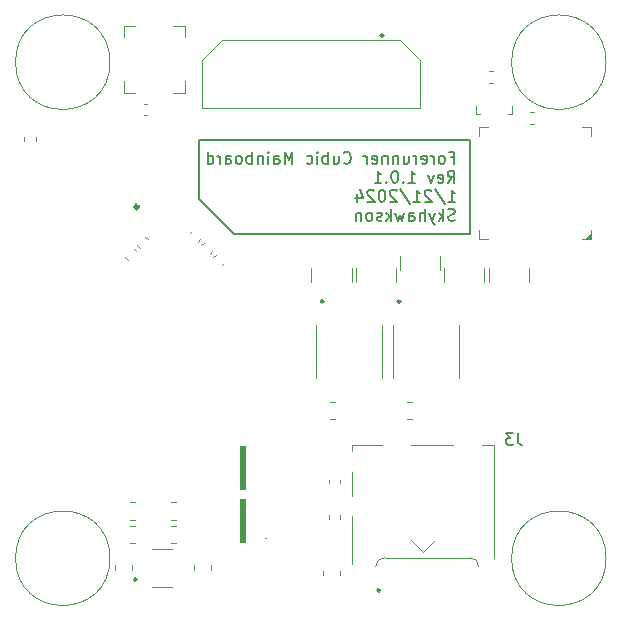
<source format=gbr>
%TF.GenerationSoftware,KiCad,Pcbnew,7.0.7*%
%TF.CreationDate,2024-01-21T18:01:16-05:00*%
%TF.ProjectId,Forerunner-Cubic-Mainboard,466f7265-7275-46e6-9e65-722d43756269,rev?*%
%TF.SameCoordinates,Original*%
%TF.FileFunction,Legend,Bot*%
%TF.FilePolarity,Positive*%
%FSLAX46Y46*%
G04 Gerber Fmt 4.6, Leading zero omitted, Abs format (unit mm)*
G04 Created by KiCad (PCBNEW 7.0.7) date 2024-01-21 18:01:16*
%MOMM*%
%LPD*%
G01*
G04 APERTURE LIST*
%ADD10C,0.150000*%
%ADD11C,0.120000*%
%ADD12C,0.310000*%
%ADD13C,0.250000*%
%ADD14C,0.010000*%
%ADD15C,0.125000*%
G04 APERTURE END LIST*
D10*
X18500000Y31450000D02*
X38500000Y31450000D01*
X37500000Y39450000D02*
X15500000Y39450000D01*
X15500000Y39450000D02*
X15500000Y34450000D01*
X15500000Y34450000D02*
X18500000Y31450000D01*
X38500000Y31450000D02*
X38500000Y39450000D01*
X38500000Y39450000D02*
X37500000Y39450000D01*
X36829887Y37933990D02*
X37163220Y37933990D01*
X37163220Y37410180D02*
X37163220Y38410180D01*
X37163220Y38410180D02*
X36687030Y38410180D01*
X36163220Y37410180D02*
X36258458Y37457800D01*
X36258458Y37457800D02*
X36306077Y37505419D01*
X36306077Y37505419D02*
X36353696Y37600657D01*
X36353696Y37600657D02*
X36353696Y37886371D01*
X36353696Y37886371D02*
X36306077Y37981609D01*
X36306077Y37981609D02*
X36258458Y38029228D01*
X36258458Y38029228D02*
X36163220Y38076847D01*
X36163220Y38076847D02*
X36020363Y38076847D01*
X36020363Y38076847D02*
X35925125Y38029228D01*
X35925125Y38029228D02*
X35877506Y37981609D01*
X35877506Y37981609D02*
X35829887Y37886371D01*
X35829887Y37886371D02*
X35829887Y37600657D01*
X35829887Y37600657D02*
X35877506Y37505419D01*
X35877506Y37505419D02*
X35925125Y37457800D01*
X35925125Y37457800D02*
X36020363Y37410180D01*
X36020363Y37410180D02*
X36163220Y37410180D01*
X35401315Y37410180D02*
X35401315Y38076847D01*
X35401315Y37886371D02*
X35353696Y37981609D01*
X35353696Y37981609D02*
X35306077Y38029228D01*
X35306077Y38029228D02*
X35210839Y38076847D01*
X35210839Y38076847D02*
X35115601Y38076847D01*
X34401315Y37457800D02*
X34496553Y37410180D01*
X34496553Y37410180D02*
X34687029Y37410180D01*
X34687029Y37410180D02*
X34782267Y37457800D01*
X34782267Y37457800D02*
X34829886Y37553038D01*
X34829886Y37553038D02*
X34829886Y37933990D01*
X34829886Y37933990D02*
X34782267Y38029228D01*
X34782267Y38029228D02*
X34687029Y38076847D01*
X34687029Y38076847D02*
X34496553Y38076847D01*
X34496553Y38076847D02*
X34401315Y38029228D01*
X34401315Y38029228D02*
X34353696Y37933990D01*
X34353696Y37933990D02*
X34353696Y37838752D01*
X34353696Y37838752D02*
X34829886Y37743514D01*
X33925124Y37410180D02*
X33925124Y38076847D01*
X33925124Y37886371D02*
X33877505Y37981609D01*
X33877505Y37981609D02*
X33829886Y38029228D01*
X33829886Y38029228D02*
X33734648Y38076847D01*
X33734648Y38076847D02*
X33639410Y38076847D01*
X32877505Y38076847D02*
X32877505Y37410180D01*
X33306076Y38076847D02*
X33306076Y37553038D01*
X33306076Y37553038D02*
X33258457Y37457800D01*
X33258457Y37457800D02*
X33163219Y37410180D01*
X33163219Y37410180D02*
X33020362Y37410180D01*
X33020362Y37410180D02*
X32925124Y37457800D01*
X32925124Y37457800D02*
X32877505Y37505419D01*
X32401314Y38076847D02*
X32401314Y37410180D01*
X32401314Y37981609D02*
X32353695Y38029228D01*
X32353695Y38029228D02*
X32258457Y38076847D01*
X32258457Y38076847D02*
X32115600Y38076847D01*
X32115600Y38076847D02*
X32020362Y38029228D01*
X32020362Y38029228D02*
X31972743Y37933990D01*
X31972743Y37933990D02*
X31972743Y37410180D01*
X31496552Y38076847D02*
X31496552Y37410180D01*
X31496552Y37981609D02*
X31448933Y38029228D01*
X31448933Y38029228D02*
X31353695Y38076847D01*
X31353695Y38076847D02*
X31210838Y38076847D01*
X31210838Y38076847D02*
X31115600Y38029228D01*
X31115600Y38029228D02*
X31067981Y37933990D01*
X31067981Y37933990D02*
X31067981Y37410180D01*
X30210838Y37457800D02*
X30306076Y37410180D01*
X30306076Y37410180D02*
X30496552Y37410180D01*
X30496552Y37410180D02*
X30591790Y37457800D01*
X30591790Y37457800D02*
X30639409Y37553038D01*
X30639409Y37553038D02*
X30639409Y37933990D01*
X30639409Y37933990D02*
X30591790Y38029228D01*
X30591790Y38029228D02*
X30496552Y38076847D01*
X30496552Y38076847D02*
X30306076Y38076847D01*
X30306076Y38076847D02*
X30210838Y38029228D01*
X30210838Y38029228D02*
X30163219Y37933990D01*
X30163219Y37933990D02*
X30163219Y37838752D01*
X30163219Y37838752D02*
X30639409Y37743514D01*
X29734647Y37410180D02*
X29734647Y38076847D01*
X29734647Y37886371D02*
X29687028Y37981609D01*
X29687028Y37981609D02*
X29639409Y38029228D01*
X29639409Y38029228D02*
X29544171Y38076847D01*
X29544171Y38076847D02*
X29448933Y38076847D01*
X27782266Y37505419D02*
X27829885Y37457800D01*
X27829885Y37457800D02*
X27972742Y37410180D01*
X27972742Y37410180D02*
X28067980Y37410180D01*
X28067980Y37410180D02*
X28210837Y37457800D01*
X28210837Y37457800D02*
X28306075Y37553038D01*
X28306075Y37553038D02*
X28353694Y37648276D01*
X28353694Y37648276D02*
X28401313Y37838752D01*
X28401313Y37838752D02*
X28401313Y37981609D01*
X28401313Y37981609D02*
X28353694Y38172085D01*
X28353694Y38172085D02*
X28306075Y38267323D01*
X28306075Y38267323D02*
X28210837Y38362561D01*
X28210837Y38362561D02*
X28067980Y38410180D01*
X28067980Y38410180D02*
X27972742Y38410180D01*
X27972742Y38410180D02*
X27829885Y38362561D01*
X27829885Y38362561D02*
X27782266Y38314942D01*
X26925123Y38076847D02*
X26925123Y37410180D01*
X27353694Y38076847D02*
X27353694Y37553038D01*
X27353694Y37553038D02*
X27306075Y37457800D01*
X27306075Y37457800D02*
X27210837Y37410180D01*
X27210837Y37410180D02*
X27067980Y37410180D01*
X27067980Y37410180D02*
X26972742Y37457800D01*
X26972742Y37457800D02*
X26925123Y37505419D01*
X26448932Y37410180D02*
X26448932Y38410180D01*
X26448932Y38029228D02*
X26353694Y38076847D01*
X26353694Y38076847D02*
X26163218Y38076847D01*
X26163218Y38076847D02*
X26067980Y38029228D01*
X26067980Y38029228D02*
X26020361Y37981609D01*
X26020361Y37981609D02*
X25972742Y37886371D01*
X25972742Y37886371D02*
X25972742Y37600657D01*
X25972742Y37600657D02*
X26020361Y37505419D01*
X26020361Y37505419D02*
X26067980Y37457800D01*
X26067980Y37457800D02*
X26163218Y37410180D01*
X26163218Y37410180D02*
X26353694Y37410180D01*
X26353694Y37410180D02*
X26448932Y37457800D01*
X25544170Y37410180D02*
X25544170Y38076847D01*
X25544170Y38410180D02*
X25591789Y38362561D01*
X25591789Y38362561D02*
X25544170Y38314942D01*
X25544170Y38314942D02*
X25496551Y38362561D01*
X25496551Y38362561D02*
X25544170Y38410180D01*
X25544170Y38410180D02*
X25544170Y38314942D01*
X24639409Y37457800D02*
X24734647Y37410180D01*
X24734647Y37410180D02*
X24925123Y37410180D01*
X24925123Y37410180D02*
X25020361Y37457800D01*
X25020361Y37457800D02*
X25067980Y37505419D01*
X25067980Y37505419D02*
X25115599Y37600657D01*
X25115599Y37600657D02*
X25115599Y37886371D01*
X25115599Y37886371D02*
X25067980Y37981609D01*
X25067980Y37981609D02*
X25020361Y38029228D01*
X25020361Y38029228D02*
X24925123Y38076847D01*
X24925123Y38076847D02*
X24734647Y38076847D01*
X24734647Y38076847D02*
X24639409Y38029228D01*
X23448932Y37410180D02*
X23448932Y38410180D01*
X23448932Y38410180D02*
X23115599Y37695895D01*
X23115599Y37695895D02*
X22782266Y38410180D01*
X22782266Y38410180D02*
X22782266Y37410180D01*
X21877504Y37410180D02*
X21877504Y37933990D01*
X21877504Y37933990D02*
X21925123Y38029228D01*
X21925123Y38029228D02*
X22020361Y38076847D01*
X22020361Y38076847D02*
X22210837Y38076847D01*
X22210837Y38076847D02*
X22306075Y38029228D01*
X21877504Y37457800D02*
X21972742Y37410180D01*
X21972742Y37410180D02*
X22210837Y37410180D01*
X22210837Y37410180D02*
X22306075Y37457800D01*
X22306075Y37457800D02*
X22353694Y37553038D01*
X22353694Y37553038D02*
X22353694Y37648276D01*
X22353694Y37648276D02*
X22306075Y37743514D01*
X22306075Y37743514D02*
X22210837Y37791133D01*
X22210837Y37791133D02*
X21972742Y37791133D01*
X21972742Y37791133D02*
X21877504Y37838752D01*
X21401313Y37410180D02*
X21401313Y38076847D01*
X21401313Y38410180D02*
X21448932Y38362561D01*
X21448932Y38362561D02*
X21401313Y38314942D01*
X21401313Y38314942D02*
X21353694Y38362561D01*
X21353694Y38362561D02*
X21401313Y38410180D01*
X21401313Y38410180D02*
X21401313Y38314942D01*
X20925123Y38076847D02*
X20925123Y37410180D01*
X20925123Y37981609D02*
X20877504Y38029228D01*
X20877504Y38029228D02*
X20782266Y38076847D01*
X20782266Y38076847D02*
X20639409Y38076847D01*
X20639409Y38076847D02*
X20544171Y38029228D01*
X20544171Y38029228D02*
X20496552Y37933990D01*
X20496552Y37933990D02*
X20496552Y37410180D01*
X20020361Y37410180D02*
X20020361Y38410180D01*
X20020361Y38029228D02*
X19925123Y38076847D01*
X19925123Y38076847D02*
X19734647Y38076847D01*
X19734647Y38076847D02*
X19639409Y38029228D01*
X19639409Y38029228D02*
X19591790Y37981609D01*
X19591790Y37981609D02*
X19544171Y37886371D01*
X19544171Y37886371D02*
X19544171Y37600657D01*
X19544171Y37600657D02*
X19591790Y37505419D01*
X19591790Y37505419D02*
X19639409Y37457800D01*
X19639409Y37457800D02*
X19734647Y37410180D01*
X19734647Y37410180D02*
X19925123Y37410180D01*
X19925123Y37410180D02*
X20020361Y37457800D01*
X18972742Y37410180D02*
X19067980Y37457800D01*
X19067980Y37457800D02*
X19115599Y37505419D01*
X19115599Y37505419D02*
X19163218Y37600657D01*
X19163218Y37600657D02*
X19163218Y37886371D01*
X19163218Y37886371D02*
X19115599Y37981609D01*
X19115599Y37981609D02*
X19067980Y38029228D01*
X19067980Y38029228D02*
X18972742Y38076847D01*
X18972742Y38076847D02*
X18829885Y38076847D01*
X18829885Y38076847D02*
X18734647Y38029228D01*
X18734647Y38029228D02*
X18687028Y37981609D01*
X18687028Y37981609D02*
X18639409Y37886371D01*
X18639409Y37886371D02*
X18639409Y37600657D01*
X18639409Y37600657D02*
X18687028Y37505419D01*
X18687028Y37505419D02*
X18734647Y37457800D01*
X18734647Y37457800D02*
X18829885Y37410180D01*
X18829885Y37410180D02*
X18972742Y37410180D01*
X17782266Y37410180D02*
X17782266Y37933990D01*
X17782266Y37933990D02*
X17829885Y38029228D01*
X17829885Y38029228D02*
X17925123Y38076847D01*
X17925123Y38076847D02*
X18115599Y38076847D01*
X18115599Y38076847D02*
X18210837Y38029228D01*
X17782266Y37457800D02*
X17877504Y37410180D01*
X17877504Y37410180D02*
X18115599Y37410180D01*
X18115599Y37410180D02*
X18210837Y37457800D01*
X18210837Y37457800D02*
X18258456Y37553038D01*
X18258456Y37553038D02*
X18258456Y37648276D01*
X18258456Y37648276D02*
X18210837Y37743514D01*
X18210837Y37743514D02*
X18115599Y37791133D01*
X18115599Y37791133D02*
X17877504Y37791133D01*
X17877504Y37791133D02*
X17782266Y37838752D01*
X17306075Y37410180D02*
X17306075Y38076847D01*
X17306075Y37886371D02*
X17258456Y37981609D01*
X17258456Y37981609D02*
X17210837Y38029228D01*
X17210837Y38029228D02*
X17115599Y38076847D01*
X17115599Y38076847D02*
X17020361Y38076847D01*
X16258456Y37410180D02*
X16258456Y38410180D01*
X16258456Y37457800D02*
X16353694Y37410180D01*
X16353694Y37410180D02*
X16544170Y37410180D01*
X16544170Y37410180D02*
X16639408Y37457800D01*
X16639408Y37457800D02*
X16687027Y37505419D01*
X16687027Y37505419D02*
X16734646Y37600657D01*
X16734646Y37600657D02*
X16734646Y37886371D01*
X16734646Y37886371D02*
X16687027Y37981609D01*
X16687027Y37981609D02*
X16639408Y38029228D01*
X16639408Y38029228D02*
X16544170Y38076847D01*
X16544170Y38076847D02*
X16353694Y38076847D01*
X16353694Y38076847D02*
X16258456Y38029228D01*
X36591792Y35800180D02*
X36925125Y36276371D01*
X37163220Y35800180D02*
X37163220Y36800180D01*
X37163220Y36800180D02*
X36782268Y36800180D01*
X36782268Y36800180D02*
X36687030Y36752561D01*
X36687030Y36752561D02*
X36639411Y36704942D01*
X36639411Y36704942D02*
X36591792Y36609704D01*
X36591792Y36609704D02*
X36591792Y36466847D01*
X36591792Y36466847D02*
X36639411Y36371609D01*
X36639411Y36371609D02*
X36687030Y36323990D01*
X36687030Y36323990D02*
X36782268Y36276371D01*
X36782268Y36276371D02*
X37163220Y36276371D01*
X35782268Y35847800D02*
X35877506Y35800180D01*
X35877506Y35800180D02*
X36067982Y35800180D01*
X36067982Y35800180D02*
X36163220Y35847800D01*
X36163220Y35847800D02*
X36210839Y35943038D01*
X36210839Y35943038D02*
X36210839Y36323990D01*
X36210839Y36323990D02*
X36163220Y36419228D01*
X36163220Y36419228D02*
X36067982Y36466847D01*
X36067982Y36466847D02*
X35877506Y36466847D01*
X35877506Y36466847D02*
X35782268Y36419228D01*
X35782268Y36419228D02*
X35734649Y36323990D01*
X35734649Y36323990D02*
X35734649Y36228752D01*
X35734649Y36228752D02*
X36210839Y36133514D01*
X35401315Y36466847D02*
X35163220Y35800180D01*
X35163220Y35800180D02*
X34925125Y36466847D01*
X33258458Y35800180D02*
X33829886Y35800180D01*
X33544172Y35800180D02*
X33544172Y36800180D01*
X33544172Y36800180D02*
X33639410Y36657323D01*
X33639410Y36657323D02*
X33734648Y36562085D01*
X33734648Y36562085D02*
X33829886Y36514466D01*
X32829886Y35895419D02*
X32782267Y35847800D01*
X32782267Y35847800D02*
X32829886Y35800180D01*
X32829886Y35800180D02*
X32877505Y35847800D01*
X32877505Y35847800D02*
X32829886Y35895419D01*
X32829886Y35895419D02*
X32829886Y35800180D01*
X32163220Y36800180D02*
X32067982Y36800180D01*
X32067982Y36800180D02*
X31972744Y36752561D01*
X31972744Y36752561D02*
X31925125Y36704942D01*
X31925125Y36704942D02*
X31877506Y36609704D01*
X31877506Y36609704D02*
X31829887Y36419228D01*
X31829887Y36419228D02*
X31829887Y36181133D01*
X31829887Y36181133D02*
X31877506Y35990657D01*
X31877506Y35990657D02*
X31925125Y35895419D01*
X31925125Y35895419D02*
X31972744Y35847800D01*
X31972744Y35847800D02*
X32067982Y35800180D01*
X32067982Y35800180D02*
X32163220Y35800180D01*
X32163220Y35800180D02*
X32258458Y35847800D01*
X32258458Y35847800D02*
X32306077Y35895419D01*
X32306077Y35895419D02*
X32353696Y35990657D01*
X32353696Y35990657D02*
X32401315Y36181133D01*
X32401315Y36181133D02*
X32401315Y36419228D01*
X32401315Y36419228D02*
X32353696Y36609704D01*
X32353696Y36609704D02*
X32306077Y36704942D01*
X32306077Y36704942D02*
X32258458Y36752561D01*
X32258458Y36752561D02*
X32163220Y36800180D01*
X31401315Y35895419D02*
X31353696Y35847800D01*
X31353696Y35847800D02*
X31401315Y35800180D01*
X31401315Y35800180D02*
X31448934Y35847800D01*
X31448934Y35847800D02*
X31401315Y35895419D01*
X31401315Y35895419D02*
X31401315Y35800180D01*
X30401316Y35800180D02*
X30972744Y35800180D01*
X30687030Y35800180D02*
X30687030Y36800180D01*
X30687030Y36800180D02*
X30782268Y36657323D01*
X30782268Y36657323D02*
X30877506Y36562085D01*
X30877506Y36562085D02*
X30972744Y36514466D01*
X36639411Y34190180D02*
X37210839Y34190180D01*
X36925125Y34190180D02*
X36925125Y35190180D01*
X36925125Y35190180D02*
X37020363Y35047323D01*
X37020363Y35047323D02*
X37115601Y34952085D01*
X37115601Y34952085D02*
X37210839Y34904466D01*
X35496554Y35237800D02*
X36353696Y33952085D01*
X35210839Y35094942D02*
X35163220Y35142561D01*
X35163220Y35142561D02*
X35067982Y35190180D01*
X35067982Y35190180D02*
X34829887Y35190180D01*
X34829887Y35190180D02*
X34734649Y35142561D01*
X34734649Y35142561D02*
X34687030Y35094942D01*
X34687030Y35094942D02*
X34639411Y34999704D01*
X34639411Y34999704D02*
X34639411Y34904466D01*
X34639411Y34904466D02*
X34687030Y34761609D01*
X34687030Y34761609D02*
X35258458Y34190180D01*
X35258458Y34190180D02*
X34639411Y34190180D01*
X33687030Y34190180D02*
X34258458Y34190180D01*
X33972744Y34190180D02*
X33972744Y35190180D01*
X33972744Y35190180D02*
X34067982Y35047323D01*
X34067982Y35047323D02*
X34163220Y34952085D01*
X34163220Y34952085D02*
X34258458Y34904466D01*
X32544173Y35237800D02*
X33401315Y33952085D01*
X32258458Y35094942D02*
X32210839Y35142561D01*
X32210839Y35142561D02*
X32115601Y35190180D01*
X32115601Y35190180D02*
X31877506Y35190180D01*
X31877506Y35190180D02*
X31782268Y35142561D01*
X31782268Y35142561D02*
X31734649Y35094942D01*
X31734649Y35094942D02*
X31687030Y34999704D01*
X31687030Y34999704D02*
X31687030Y34904466D01*
X31687030Y34904466D02*
X31734649Y34761609D01*
X31734649Y34761609D02*
X32306077Y34190180D01*
X32306077Y34190180D02*
X31687030Y34190180D01*
X31067982Y35190180D02*
X30972744Y35190180D01*
X30972744Y35190180D02*
X30877506Y35142561D01*
X30877506Y35142561D02*
X30829887Y35094942D01*
X30829887Y35094942D02*
X30782268Y34999704D01*
X30782268Y34999704D02*
X30734649Y34809228D01*
X30734649Y34809228D02*
X30734649Y34571133D01*
X30734649Y34571133D02*
X30782268Y34380657D01*
X30782268Y34380657D02*
X30829887Y34285419D01*
X30829887Y34285419D02*
X30877506Y34237800D01*
X30877506Y34237800D02*
X30972744Y34190180D01*
X30972744Y34190180D02*
X31067982Y34190180D01*
X31067982Y34190180D02*
X31163220Y34237800D01*
X31163220Y34237800D02*
X31210839Y34285419D01*
X31210839Y34285419D02*
X31258458Y34380657D01*
X31258458Y34380657D02*
X31306077Y34571133D01*
X31306077Y34571133D02*
X31306077Y34809228D01*
X31306077Y34809228D02*
X31258458Y34999704D01*
X31258458Y34999704D02*
X31210839Y35094942D01*
X31210839Y35094942D02*
X31163220Y35142561D01*
X31163220Y35142561D02*
X31067982Y35190180D01*
X30353696Y35094942D02*
X30306077Y35142561D01*
X30306077Y35142561D02*
X30210839Y35190180D01*
X30210839Y35190180D02*
X29972744Y35190180D01*
X29972744Y35190180D02*
X29877506Y35142561D01*
X29877506Y35142561D02*
X29829887Y35094942D01*
X29829887Y35094942D02*
X29782268Y34999704D01*
X29782268Y34999704D02*
X29782268Y34904466D01*
X29782268Y34904466D02*
X29829887Y34761609D01*
X29829887Y34761609D02*
X30401315Y34190180D01*
X30401315Y34190180D02*
X29782268Y34190180D01*
X28925125Y34856847D02*
X28925125Y34190180D01*
X29163220Y35237800D02*
X29401315Y34523514D01*
X29401315Y34523514D02*
X28782268Y34523514D01*
X37210839Y32627800D02*
X37067982Y32580180D01*
X37067982Y32580180D02*
X36829887Y32580180D01*
X36829887Y32580180D02*
X36734649Y32627800D01*
X36734649Y32627800D02*
X36687030Y32675419D01*
X36687030Y32675419D02*
X36639411Y32770657D01*
X36639411Y32770657D02*
X36639411Y32865895D01*
X36639411Y32865895D02*
X36687030Y32961133D01*
X36687030Y32961133D02*
X36734649Y33008752D01*
X36734649Y33008752D02*
X36829887Y33056371D01*
X36829887Y33056371D02*
X37020363Y33103990D01*
X37020363Y33103990D02*
X37115601Y33151609D01*
X37115601Y33151609D02*
X37163220Y33199228D01*
X37163220Y33199228D02*
X37210839Y33294466D01*
X37210839Y33294466D02*
X37210839Y33389704D01*
X37210839Y33389704D02*
X37163220Y33484942D01*
X37163220Y33484942D02*
X37115601Y33532561D01*
X37115601Y33532561D02*
X37020363Y33580180D01*
X37020363Y33580180D02*
X36782268Y33580180D01*
X36782268Y33580180D02*
X36639411Y33532561D01*
X36210839Y32580180D02*
X36210839Y33580180D01*
X36115601Y32961133D02*
X35829887Y32580180D01*
X35829887Y33246847D02*
X36210839Y32865895D01*
X35496553Y33246847D02*
X35258458Y32580180D01*
X35020363Y33246847D02*
X35258458Y32580180D01*
X35258458Y32580180D02*
X35353696Y32342085D01*
X35353696Y32342085D02*
X35401315Y32294466D01*
X35401315Y32294466D02*
X35496553Y32246847D01*
X34639410Y32580180D02*
X34639410Y33580180D01*
X34210839Y32580180D02*
X34210839Y33103990D01*
X34210839Y33103990D02*
X34258458Y33199228D01*
X34258458Y33199228D02*
X34353696Y33246847D01*
X34353696Y33246847D02*
X34496553Y33246847D01*
X34496553Y33246847D02*
X34591791Y33199228D01*
X34591791Y33199228D02*
X34639410Y33151609D01*
X33306077Y32580180D02*
X33306077Y33103990D01*
X33306077Y33103990D02*
X33353696Y33199228D01*
X33353696Y33199228D02*
X33448934Y33246847D01*
X33448934Y33246847D02*
X33639410Y33246847D01*
X33639410Y33246847D02*
X33734648Y33199228D01*
X33306077Y32627800D02*
X33401315Y32580180D01*
X33401315Y32580180D02*
X33639410Y32580180D01*
X33639410Y32580180D02*
X33734648Y32627800D01*
X33734648Y32627800D02*
X33782267Y32723038D01*
X33782267Y32723038D02*
X33782267Y32818276D01*
X33782267Y32818276D02*
X33734648Y32913514D01*
X33734648Y32913514D02*
X33639410Y32961133D01*
X33639410Y32961133D02*
X33401315Y32961133D01*
X33401315Y32961133D02*
X33306077Y33008752D01*
X32925124Y33246847D02*
X32734648Y32580180D01*
X32734648Y32580180D02*
X32544172Y33056371D01*
X32544172Y33056371D02*
X32353696Y32580180D01*
X32353696Y32580180D02*
X32163220Y33246847D01*
X31782267Y32580180D02*
X31782267Y33580180D01*
X31687029Y32961133D02*
X31401315Y32580180D01*
X31401315Y33246847D02*
X31782267Y32865895D01*
X31020362Y32627800D02*
X30925124Y32580180D01*
X30925124Y32580180D02*
X30734648Y32580180D01*
X30734648Y32580180D02*
X30639410Y32627800D01*
X30639410Y32627800D02*
X30591791Y32723038D01*
X30591791Y32723038D02*
X30591791Y32770657D01*
X30591791Y32770657D02*
X30639410Y32865895D01*
X30639410Y32865895D02*
X30734648Y32913514D01*
X30734648Y32913514D02*
X30877505Y32913514D01*
X30877505Y32913514D02*
X30972743Y32961133D01*
X30972743Y32961133D02*
X31020362Y33056371D01*
X31020362Y33056371D02*
X31020362Y33103990D01*
X31020362Y33103990D02*
X30972743Y33199228D01*
X30972743Y33199228D02*
X30877505Y33246847D01*
X30877505Y33246847D02*
X30734648Y33246847D01*
X30734648Y33246847D02*
X30639410Y33199228D01*
X30020362Y32580180D02*
X30115600Y32627800D01*
X30115600Y32627800D02*
X30163219Y32675419D01*
X30163219Y32675419D02*
X30210838Y32770657D01*
X30210838Y32770657D02*
X30210838Y33056371D01*
X30210838Y33056371D02*
X30163219Y33151609D01*
X30163219Y33151609D02*
X30115600Y33199228D01*
X30115600Y33199228D02*
X30020362Y33246847D01*
X30020362Y33246847D02*
X29877505Y33246847D01*
X29877505Y33246847D02*
X29782267Y33199228D01*
X29782267Y33199228D02*
X29734648Y33151609D01*
X29734648Y33151609D02*
X29687029Y33056371D01*
X29687029Y33056371D02*
X29687029Y32770657D01*
X29687029Y32770657D02*
X29734648Y32675419D01*
X29734648Y32675419D02*
X29782267Y32627800D01*
X29782267Y32627800D02*
X29877505Y32580180D01*
X29877505Y32580180D02*
X30020362Y32580180D01*
X29258457Y33246847D02*
X29258457Y32580180D01*
X29258457Y33151609D02*
X29210838Y33199228D01*
X29210838Y33199228D02*
X29115600Y33246847D01*
X29115600Y33246847D02*
X28972743Y33246847D01*
X28972743Y33246847D02*
X28877505Y33199228D01*
X28877505Y33199228D02*
X28829886Y33103990D01*
X28829886Y33103990D02*
X28829886Y32580180D01*
X42533333Y14595180D02*
X42533333Y13880895D01*
X42533333Y13880895D02*
X42580952Y13738038D01*
X42580952Y13738038D02*
X42676190Y13642800D01*
X42676190Y13642800D02*
X42819047Y13595180D01*
X42819047Y13595180D02*
X42914285Y13595180D01*
X42152380Y14595180D02*
X41533333Y14595180D01*
X41533333Y14595180D02*
X41866666Y14214228D01*
X41866666Y14214228D02*
X41723809Y14214228D01*
X41723809Y14214228D02*
X41628571Y14166609D01*
X41628571Y14166609D02*
X41580952Y14118990D01*
X41580952Y14118990D02*
X41533333Y14023752D01*
X41533333Y14023752D02*
X41533333Y13785657D01*
X41533333Y13785657D02*
X41580952Y13690419D01*
X41580952Y13690419D02*
X41628571Y13642800D01*
X41628571Y13642800D02*
X41723809Y13595180D01*
X41723809Y13595180D02*
X42009523Y13595180D01*
X42009523Y13595180D02*
X42104761Y13642800D01*
X42104761Y13642800D02*
X42152380Y13690419D01*
D11*
%TO.C,MH3*%
X50000000Y4000000D02*
G75*
G03*
X50000000Y4000000I-4000000J0D01*
G01*
%TO.C,MH4*%
X8000000Y4000000D02*
G75*
G03*
X8000000Y4000000I-4000000J0D01*
G01*
%TO.C,MH1*%
X8000000Y46000000D02*
G75*
G03*
X8000000Y46000000I-4000000J0D01*
G01*
%TO.C,J2*%
D12*
X10405000Y33750000D02*
G75*
G03*
X10405000Y33750000I-155000J0D01*
G01*
D11*
%TO.C,J4*%
X15775000Y46154000D02*
X15775000Y42146000D01*
X15775000Y42146000D02*
X34225000Y42146000D01*
X17475000Y47854000D02*
X15775000Y46154000D01*
X32525000Y47854000D02*
X17475000Y47854000D01*
X34225000Y46154000D02*
X32525000Y47854000D01*
X34225000Y42146000D02*
X34225000Y46154000D01*
D13*
X31132500Y48250000D02*
G75*
G03*
X31132500Y48250000I-100000J0D01*
G01*
D11*
%TO.C,MH2*%
X50000000Y46000000D02*
G75*
G03*
X50000000Y46000000I-4000000J0D01*
G01*
%TO.C,C3*%
X33550000Y15750000D02*
X33150000Y15750000D01*
X33550000Y17250000D02*
X33150000Y17250000D01*
%TO.C,LS1*%
X48750000Y31000000D02*
X48750000Y31750000D01*
X48750000Y31500000D02*
X48250000Y31000000D01*
X48750000Y39750000D02*
X48750000Y40500000D01*
X48000000Y31000000D02*
X48750000Y31000000D01*
X48000000Y40500000D02*
X48750000Y40500000D01*
X40000000Y31000000D02*
X39250000Y31000000D01*
X40000000Y40500000D02*
X39250000Y40500000D01*
X39250000Y31750000D02*
X39250000Y31000000D01*
X39250000Y40500000D02*
X39250000Y39750000D01*
X48750000Y31000000D02*
X48250000Y31000000D01*
X48750000Y31500000D01*
X48750000Y31000000D01*
G36*
X48750000Y31000000D02*
G01*
X48250000Y31000000D01*
X48750000Y31500000D01*
X48750000Y31000000D01*
G37*
%TO.C,R15*%
X35950000Y29600000D02*
X35950000Y28400000D01*
X32550000Y29600000D02*
X32550000Y28400000D01*
%TO.C,C16*%
X10997487Y31209619D02*
X11209619Y30997487D01*
X10290381Y30502513D02*
X10502513Y30290381D01*
%TO.C,U4*%
X13250000Y4800000D02*
X11550000Y4800000D01*
X13250000Y1600000D02*
X11550000Y1600000D01*
D13*
X10250000Y2200000D02*
G75*
G03*
X10250000Y2200000I-100000J0D01*
G01*
D11*
%TO.C,C10*%
X9900000Y3400000D02*
X9900000Y3000000D01*
X8400000Y3400000D02*
X8400000Y3000000D01*
%TO.C,U2*%
X31050000Y19250000D02*
X31050000Y23750000D01*
X25450000Y19250000D02*
X25450000Y23750000D01*
D13*
X26075500Y25750000D02*
G75*
G03*
X26075500Y25750000I-100000J0D01*
G01*
D11*
%TO.C,C11*%
X15075000Y3000000D02*
X15075000Y3400000D01*
X16575000Y3000000D02*
X16575000Y3400000D01*
%TO.C,C28*%
X10850000Y42500000D02*
X11150000Y42500000D01*
X10850000Y41500000D02*
X11150000Y41500000D01*
D14*
%TO.C,D5*%
X19000000Y5400000D02*
X19400000Y5400000D01*
X19400000Y5400000D02*
X19400000Y9000000D01*
X19400000Y9000000D02*
X19000000Y9000000D01*
X19000000Y9000000D02*
X19000000Y5400000D01*
G36*
X19000000Y5400000D02*
G01*
X19400000Y5400000D01*
X19400000Y9000000D01*
X19000000Y9000000D01*
X19000000Y5400000D01*
G37*
D15*
X21260000Y5700000D02*
G75*
G03*
X21260000Y5700000I-60000J0D01*
G01*
D11*
%TO.C,L3*%
X14350000Y49100000D02*
X13350000Y49100000D01*
X14350000Y49100000D02*
X14350000Y48100000D01*
X9150000Y49100000D02*
X10150000Y49100000D01*
X9150000Y49100000D02*
X9150000Y48100000D01*
X14350000Y43400000D02*
X14350000Y44400000D01*
X14350000Y43400000D02*
X13350000Y43400000D01*
X9150000Y43400000D02*
X9150000Y44400000D01*
X9150000Y43400000D02*
X10150000Y43400000D01*
%TO.C,C21*%
X15659619Y31002513D02*
X15447487Y30790381D01*
X14952513Y31709619D02*
X14740381Y31497487D01*
%TO.C,R30*%
X750000Y39350000D02*
X750000Y39650000D01*
X1750000Y39350000D02*
X1750000Y39650000D01*
%TO.C,C7*%
X9675000Y8750000D02*
X10075000Y8750000D01*
X9675000Y7250000D02*
X10075000Y7250000D01*
%TO.C,C5*%
X13575000Y7250000D02*
X13175000Y7250000D01*
X13575000Y8750000D02*
X13175000Y8750000D01*
%TO.C,R4*%
X43450000Y28600000D02*
X43450000Y27400000D01*
X40050000Y28600000D02*
X40050000Y27400000D01*
%TO.C,C4*%
X27050000Y15750000D02*
X26650000Y15750000D01*
X27050000Y17250000D02*
X26650000Y17250000D01*
%TO.C,C6*%
X9675000Y6750000D02*
X10075000Y6750000D01*
X9675000Y5250000D02*
X10075000Y5250000D01*
%TO.C,C17*%
X9997487Y30209619D02*
X10209619Y29997487D01*
X9290381Y29502513D02*
X9502513Y29290381D01*
%TO.C,R13*%
X25050000Y27400000D02*
X25050000Y28600000D01*
X28450000Y27400000D02*
X28450000Y28600000D01*
%TO.C,R34*%
X26500000Y10350000D02*
X26500000Y10650000D01*
X27500000Y10350000D02*
X27500000Y10650000D01*
D14*
%TO.C,D4*%
X19000000Y9900000D02*
X19400000Y9900000D01*
X19400000Y9900000D02*
X19400000Y13500000D01*
X19400000Y13500000D02*
X19000000Y13500000D01*
X19000000Y13500000D02*
X19000000Y9900000D01*
G36*
X19000000Y9900000D02*
G01*
X19400000Y9900000D01*
X19400000Y13500000D01*
X19000000Y13500000D01*
X19000000Y9900000D01*
G37*
D15*
X21260000Y10200000D02*
G75*
G03*
X21260000Y10200000I-60000J0D01*
G01*
D11*
%TO.C,R5*%
X39700000Y28600000D02*
X39700000Y27400000D01*
X36300000Y28600000D02*
X36300000Y27400000D01*
%TO.C,Q1*%
X39000000Y42250000D02*
X39000000Y41600000D01*
X42000000Y41600000D02*
X42000000Y42250000D01*
X42000000Y41600000D02*
X41700000Y41600000D01*
X39000000Y41600000D02*
X39300000Y41600000D01*
%TO.C,C14*%
X17659619Y29002513D02*
X17447487Y28790381D01*
X16952513Y29709619D02*
X16740381Y29497487D01*
%TO.C,R2*%
X40100000Y45250000D02*
X40400000Y45250000D01*
X40100000Y44250000D02*
X40400000Y44250000D01*
%TO.C,R14*%
X28800000Y27400000D02*
X28800000Y28600000D01*
X32200000Y27400000D02*
X32200000Y28600000D01*
%TO.C,C8*%
X13575000Y5250000D02*
X13175000Y5250000D01*
X13575000Y6750000D02*
X13175000Y6750000D01*
%TO.C,J3*%
X40500000Y4050000D02*
X40500000Y13550000D01*
X39500000Y13550000D02*
X40500000Y13550000D01*
X35500000Y5550000D02*
X34500000Y4550000D01*
X34500000Y4550000D02*
X33500000Y5550000D01*
X33500000Y13550000D02*
X37000000Y13550000D01*
X31250000Y4050000D02*
X38500000Y4050000D01*
X28500000Y3550000D02*
X28500000Y7550000D01*
X28500000Y9300000D02*
X28500000Y11300000D01*
X28500000Y13050000D02*
X28500000Y13550000D01*
X28500000Y13550000D02*
X31000000Y13550000D01*
X39219670Y3300000D02*
G75*
G03*
X38469670Y4050000I-750000J0D01*
G01*
X31250000Y4050000D02*
G75*
G03*
X30500000Y3300000I0J-750000D01*
G01*
D13*
X30850000Y1300000D02*
G75*
G03*
X30850000Y1300000I-100000J0D01*
G01*
D11*
%TO.C,C29*%
X26000000Y2550000D02*
X26000000Y2950000D01*
X27500000Y2550000D02*
X27500000Y2950000D01*
%TO.C,U3*%
X37550000Y19250000D02*
X37550000Y23750000D01*
X31950000Y19250000D02*
X31950000Y23750000D01*
D13*
X32575500Y25750000D02*
G75*
G03*
X32575500Y25750000I-100000J0D01*
G01*
D11*
%TO.C,C15*%
X16659619Y30002513D02*
X16447487Y29790381D01*
X15952513Y30709619D02*
X15740381Y30497487D01*
%TO.C,R3*%
X43600000Y41750000D02*
X43900000Y41750000D01*
X43600000Y40750000D02*
X43900000Y40750000D01*
%TO.C,R33*%
X27500000Y7650000D02*
X27500000Y7350000D01*
X26500000Y7650000D02*
X26500000Y7350000D01*
%TD*%
M02*

</source>
